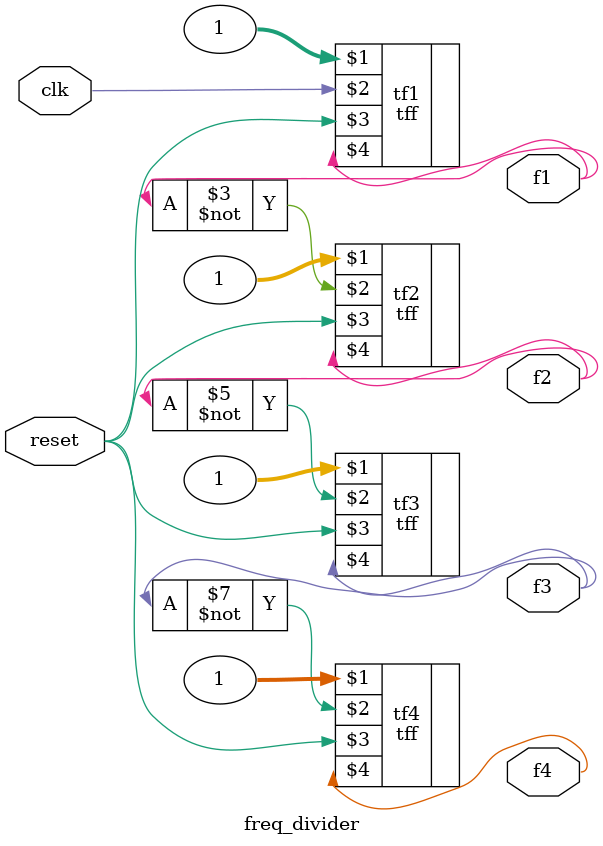
<source format=v>
`timescale 1ns / 1ps

module freq_divider(clk,reset,f1,f2,f3,f4);
	input clk,reset;
	output f1,f2,f3,f4;
	tff tf1(1,clk,reset,f1);
	tff tf2(1,~f1,reset,f2);
	tff tf3(1,~f2,reset,f3);
	tff tf4(1,~f3,reset,f4);
endmodule
</source>
